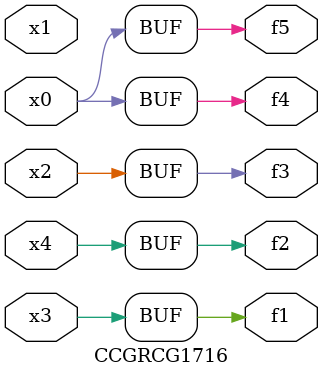
<source format=v>
module CCGRCG1716(
	input x0, x1, x2, x3, x4,
	output f1, f2, f3, f4, f5
);
	assign f1 = x3;
	assign f2 = x4;
	assign f3 = x2;
	assign f4 = x0;
	assign f5 = x0;
endmodule

</source>
